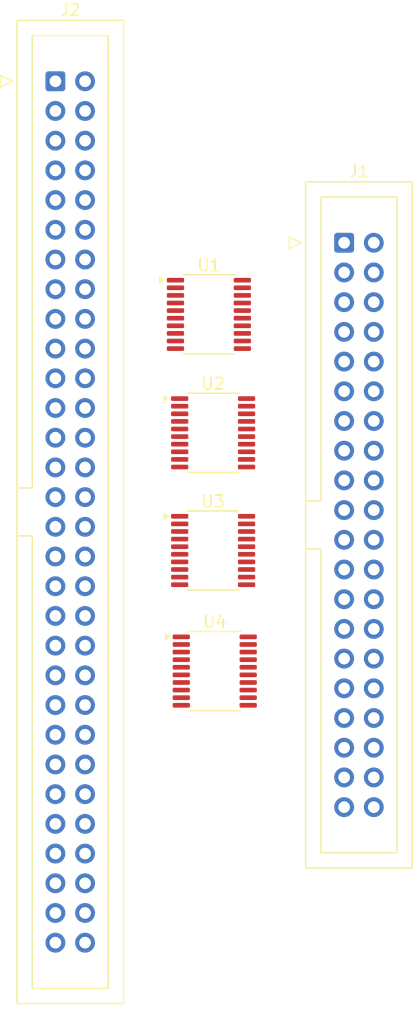
<source format=kicad_pcb>
(kicad_pcb (version 20241229) (generator "pcbnew") (generator_version "9.0")
  (layers (0 "F.Cu" signal) (2 "B.Cu" signal) (13 "F.Paste" user) (15 "B.Paste" user) (5 "F.SilkS" user "F.Silkscreen") (7 "B.SilkS" user "B.Silkscreen") (1 "F.Mask" user) (3 "B.Mask" user) (25 "Edge.Cuts" user))
  (net 0 "")
  (net 1 "/GPIO_24")
  (net 2 "/GPIO_15")
  (net 3 "/GPIO_7")
  (net 4 "/GPIO_28")
  (net 10 "/GPIO_8")
  (net 11 "/GPIO_4")
  (net 13 "GND")
  (net 15 "/GPIO_23")
  (net 16 "/GPIO_14")
  (net 17 "/GPIO_11")
  (net 18 "/GPIO_6")
  (net 20 "/GPIO_20")
  (net 21 "+3V3")
  (net 22 "/GPIO_19")
  (net 23 "/GPIO_21")
  (net 25 "/GPIO_16")
  (net 26 "/GPIO_25")
  (net 27 "+5V")
  (net 28 "/GPIO_18")
  (net 29 "/GPIO_22")
  (net 30 "/GPIO_26")
  (net 31 "/GPIO_12")
  (net 32 "/GPIO_10")
  (net 33 "/GPIO_17")
  (net 36 "/GPIO_13")
  (net 37 "/GPIO_27")
  (net 38 "/GPIO_3")
  (net 39 "/GPIO_5")
  (net 40 "/A9")
  (net 41 "/DQ5")
  (net 47 "/~G")
  (net 48 "VCC")
  (net 49 "/DQ1")
  (net 50 "/A7")
  (net 52 "/DQ7")
  (net 53 "/DQ0")
  (net 55 "/~E")
  (net 57 "/A2")
  (net 61 "/A13")
  (net 62 "/DQ6")
  (net 64 "/A0")
  (net 68 "/A6")
  (net 73 "/DQ4")
  (net 80 "/A5")
  (net 81 "/A14")
  (net 82 "/DQ2")
  (net 83 "/DQ3")
  (net 84 "/A1")
  (net 86 "/A3")
  (net 87 "/A10")
  (net 90 "/A11")
  (net 91 "/A8")
  (net 92 "/A4")
  (net 98 "/A12")
  (net 99 "/GPIO_9")
  (footprint "Package_SO:TSSOP-20_4.4x6.5mm_P0.65mm" (layer "F.Cu") (at 116.8875 68.875)
    (property "Reference" "U1" (at 0 -4.2 0) (layer "F.SilkS"))
    (property "Value" "SN74LVC245APW")
    (fp_line (start 0 -3.385) (end -2.2 -3.385) (stroke (width 0.12)) (layer "F.SilkS"))
    (fp_line (start 0 -3.385) (end 2.2 -3.385) (stroke (width 0.12)) (layer "F.SilkS"))
    (fp_line (start 0 3.385) (end -2.2 3.385) (stroke (width 0.12)) (layer "F.SilkS"))
    (fp_line (start 0 3.385) (end 2.2 3.385) (stroke (width 0.12)) (layer "F.SilkS"))
    (fp_poly (pts (xy -3.86 -2.925) (xy -4.19 -3.165) (xy -4.19 -2.685) (xy -3.86 -2.925)) (stroke (width 0.12)) (fill yes) (layer "F.SilkS"))
    (pad "1" smd roundrect (at -2.8625 -2.925) (size 1.475 0.4) (layers "F.Cu" "F.Mask" "F.Paste") (net 13 "GND"))
    (pad "2" smd roundrect (at -2.8625 -2.275) (size 1.475 0.4) (layers "F.Cu" "F.Mask" "F.Paste") (net 64 "/A0"))
    (pad "3" smd roundrect (at -2.8625 -1.625) (size 1.475 0.4) (layers "F.Cu" "F.Mask" "F.Paste") (net 84 "/A1"))
    (pad "4" smd roundrect (at -2.8625 -0.975) (size 1.475 0.4) (layers "F.Cu" "F.Mask" "F.Paste") (net 57 "/A2"))
    (pad "5" smd roundrect (at -2.8625 -0.325) (size 1.475 0.4) (layers "F.Cu" "F.Mask" "F.Paste") (net 86 "/A3"))
    (pad "6" smd roundrect (at -2.8625 0.325) (size 1.475 0.4) (layers "F.Cu" "F.Mask" "F.Paste") (net 92 "/A4"))
    (pad "7" smd roundrect (at -2.8625 0.975) (size 1.475 0.4) (layers "F.Cu" "F.Mask" "F.Paste") (net 80 "/A5"))
    (pad "8" smd roundrect (at -2.8625 1.625) (size 1.475 0.4) (layers "F.Cu" "F.Mask" "F.Paste") (net 68 "/A6"))
    (pad "9" smd roundrect (at -2.8625 2.275) (size 1.475 0.4) (layers "F.Cu" "F.Mask" "F.Paste") (net 50 "/A7"))
    (pad "10" smd roundrect (at -2.8625 2.925) (size 1.475 0.4) (layers "F.Cu" "F.Mask" "F.Paste") (net 13 "GND"))
    (pad "11" smd roundrect (at 2.8625 2.925) (size 1.475 0.4) (layers "F.Cu" "F.Mask" "F.Paste") (net 32 "/GPIO_10"))
    (pad "12" smd roundrect (at 2.8625 2.275) (size 1.475 0.4) (layers "F.Cu" "F.Mask" "F.Paste") (net 99 "/GPIO_9"))
    (pad "13" smd roundrect (at 2.8625 1.625) (size 1.475 0.4) (layers "F.Cu" "F.Mask" "F.Paste") (net 10 "/GPIO_8"))
    (pad "14" smd roundrect (at 2.8625 0.975) (size 1.475 0.4) (layers "F.Cu" "F.Mask" "F.Paste") (net 3 "/GPIO_7"))
    (pad "15" smd roundrect (at 2.8625 0.325) (size 1.475 0.4) (layers "F.Cu" "F.Mask" "F.Paste") (net 18 "/GPIO_6"))
    (pad "16" smd roundrect (at 2.8625 -0.325) (size 1.475 0.4) (layers "F.Cu" "F.Mask" "F.Paste") (net 39 "/GPIO_5"))
    (pad "17" smd roundrect (at 2.8625 -0.975) (size 1.475 0.4) (layers "F.Cu" "F.Mask" "F.Paste") (net 11 "/GPIO_4"))
    (pad "18" smd roundrect (at 2.8625 -1.625) (size 1.475 0.4) (layers "F.Cu" "F.Mask" "F.Paste") (net 38 "/GPIO_3"))
    (pad "19" smd roundrect (at 2.8625 -2.275) (size 1.475 0.4) (layers "F.Cu" "F.Mask" "F.Paste") (net 13 "GND"))
    (pad "20" smd roundrect (at 2.8625 -2.925) (size 1.475 0.4) (layers "F.Cu" "F.Mask" "F.Paste") (net 21 "+3V3"))
  )
  (footprint "Package_SO:TSSOP-20_4.4x6.5mm_P0.65mm" (layer "F.Cu") (at 117.25 89.065)
    (property "Reference" "U3" (at 0 -4.2 0) (layer "F.SilkS"))
    (property "Value" "SN74LVC245APW")
    (fp_line (start 0 -3.385) (end -2.2 -3.385) (stroke (width 0.12)) (layer "F.SilkS"))
    (fp_line (start 0 -3.385) (end 2.2 -3.385) (stroke (width 0.12)) (layer "F.SilkS"))
    (fp_line (start 0 3.385) (end -2.2 3.385) (stroke (width 0.12)) (layer "F.SilkS"))
    (fp_line (start 0 3.385) (end 2.2 3.385) (stroke (width 0.12)) (layer "F.SilkS"))
    (fp_poly (pts (xy -3.86 -2.925) (xy -4.19 -3.165) (xy -4.19 -2.685) (xy -3.86 -2.925)) (stroke (width 0.12)) (fill yes) (layer "F.SilkS"))
    (pad "1" smd roundrect (at -2.8625 -2.925) (size 1.475 0.4) (layers "F.Cu" "F.Mask" "F.Paste") (net 13 "GND"))
    (pad "2" smd roundrect (at -2.8625 -2.275) (size 1.475 0.4) (layers "F.Cu" "F.Mask" "F.Paste") (net 53 "/DQ0"))
    (pad "3" smd roundrect (at -2.8625 -1.625) (size 1.475 0.4) (layers "F.Cu" "F.Mask" "F.Paste") (net 49 "/DQ1"))
    (pad "4" smd roundrect (at -2.8625 -0.975) (size 1.475 0.4) (layers "F.Cu" "F.Mask" "F.Paste") (net 82 "/DQ2"))
    (pad "5" smd roundrect (at -2.8625 -0.325) (size 1.475 0.4) (layers "F.Cu" "F.Mask" "F.Paste") (net 83 "/DQ3"))
    (pad "6" smd roundrect (at -2.8625 0.325) (size 1.475 0.4) (layers "F.Cu" "F.Mask" "F.Paste") (net 73 "/DQ4"))
    (pad "7" smd roundrect (at -2.8625 0.975) (size 1.475 0.4) (layers "F.Cu" "F.Mask" "F.Paste") (net 41 "/DQ5"))
    (pad "8" smd roundrect (at -2.8625 1.625) (size 1.475 0.4) (layers "F.Cu" "F.Mask" "F.Paste") (net 62 "/DQ6"))
    (pad "9" smd roundrect (at -2.8625 2.275) (size 1.475 0.4) (layers "F.Cu" "F.Mask" "F.Paste") (net 52 "/DQ7"))
    (pad "10" smd roundrect (at -2.8625 2.925) (size 1.475 0.4) (layers "F.Cu" "F.Mask" "F.Paste") (net 13 "GND"))
    (pad "11" smd roundrect (at 2.8625 2.925) (size 1.475 0.4) (layers "F.Cu" "F.Mask" "F.Paste") (net 30 "/GPIO_26"))
    (pad "12" smd roundrect (at 2.8625 2.275) (size 1.475 0.4) (layers "F.Cu" "F.Mask" "F.Paste") (net 26 "/GPIO_25"))
    (pad "13" smd roundrect (at 2.8625 1.625) (size 1.475 0.4) (layers "F.Cu" "F.Mask" "F.Paste") (net 1 "/GPIO_24"))
    (pad "14" smd roundrect (at 2.8625 0.975) (size 1.475 0.4) (layers "F.Cu" "F.Mask" "F.Paste") (net 15 "/GPIO_23"))
    (pad "15" smd roundrect (at 2.8625 0.325) (size 1.475 0.4) (layers "F.Cu" "F.Mask" "F.Paste") (net 29 "/GPIO_22"))
    (pad "16" smd roundrect (at 2.8625 -0.325) (size 1.475 0.4) (layers "F.Cu" "F.Mask" "F.Paste") (net 23 "/GPIO_21"))
    (pad "17" smd roundrect (at 2.8625 -0.975) (size 1.475 0.4) (layers "F.Cu" "F.Mask" "F.Paste") (net 20 "/GPIO_20"))
    (pad "18" smd roundrect (at 2.8625 -1.625) (size 1.475 0.4) (layers "F.Cu" "F.Mask" "F.Paste") (net 22 "/GPIO_19"))
    (pad "19" smd roundrect (at 2.8625 -2.275) (size 1.475 0.4) (layers "F.Cu" "F.Mask" "F.Paste") (net 13 "GND"))
    (pad "20" smd roundrect (at 2.8625 -2.925) (size 1.475 0.4) (layers "F.Cu" "F.Mask" "F.Paste") (net 21 "+3V3"))
  )
  (footprint "Connector_IDC:IDC-Header_2x30_P2.54mm_Vertical" (layer "F.Cu") (at 103.75 48.94)
    (property "Reference" "J2" (at 1.27 -6.1 0) (layer "F.SilkS"))
    (property "Value" "SRAM")
    (fp_line (start -4.68 -0.5) (end -4.68 0.5) (stroke (width 0.12)) (layer "F.SilkS"))
    (fp_line (start -4.68 0.5) (end -3.68 0) (stroke (width 0.12)) (layer "F.SilkS"))
    (fp_line (start -3.68 0) (end -4.68 -0.5) (stroke (width 0.12)) (layer "F.SilkS"))
    (fp_line (start -3.29 -5.21) (end 5.83 -5.21) (stroke (width 0.12)) (layer "F.SilkS"))
    (fp_line (start -3.29 34.78) (end -1.98 34.78) (stroke (width 0.12)) (layer "F.SilkS"))
    (fp_line (start -3.29 78.87) (end -3.29 -5.21) (stroke (width 0.12)) (layer "F.SilkS"))
    (fp_line (start -1.98 -3.91) (end 4.52 -3.91) (stroke (width 0.12)) (layer "F.SilkS"))
    (fp_line (start -1.98 34.78) (end -1.98 -3.91) (stroke (width 0.12)) (layer "F.SilkS"))
    (fp_line (start -1.98 38.88) (end -3.29 38.88) (stroke (width 0.12)) (layer "F.SilkS"))
    (fp_line (start -1.98 38.88) (end -1.98 38.88) (stroke (width 0.12)) (layer "F.SilkS"))
    (fp_line (start -1.98 77.57) (end -1.98 38.88) (stroke (width 0.12)) (layer "F.SilkS"))
    (fp_line (start 4.52 -3.91) (end 4.52 77.57) (stroke (width 0.12)) (layer "F.SilkS"))
    (fp_line (start 4.52 77.57) (end -1.98 77.57) (stroke (width 0.12)) (layer "F.SilkS"))
    (fp_line (start 5.83 -5.21) (end 5.83 78.87) (stroke (width 0.12)) (layer "F.SilkS"))
    (fp_line (start 5.83 78.87) (end -3.29 78.87) (stroke (width 0.12)) (layer "F.SilkS"))
    (pad "1" thru_hole roundrect (at 0 0) (size 1.7 1.7) (drill 1) (layers "*.Cu" "*.Mask") (roundrect_rratio 0.147059) (net 48 "VCC"))
    (pad "2" thru_hole circle (at 2.54 0) (size 1.7 1.7) (drill 1) (layers "*.Cu" "*.Mask") (net 47 "/~G"))
    (pad "3" thru_hole circle (at 0 2.54) (size 1.7 1.7) (drill 1) (layers "*.Cu" "*.Mask") (net 81 "/A14"))
    (pad "4" thru_hole circle (at 2.54 2.54) (size 1.7 1.7) (drill 1) (layers "*.Cu" "*.Mask") (net 98 "/A12"))
    (pad "5" thru_hole circle (at 0 5.08) (size 1.7 1.7) (drill 1) (layers "*.Cu" "*.Mask") (net 87 "/A10"))
    (pad "6" thru_hole circle (at 2.54 5.08) (size 1.7 1.7) (drill 1) (layers "*.Cu" "*.Mask") (net 91 "/A8"))
    (pad "7" thru_hole circle (at 0 7.62) (size 1.7 1.7) (drill 1) (layers "*.Cu" "*.Mask") (net 68 "/A6"))
    (pad "8" thru_hole circle (at 2.54 7.62) (size 1.7 1.7) (drill 1) (layers "*.Cu" "*.Mask") (net 92 "/A4"))
    (pad "9" thru_hole circle (at 0 10.16) (size 1.7 1.7) (drill 1) (layers "*.Cu" "*.Mask") (net 57 "/A2"))
    (pad "10" thru_hole circle (at 2.54 10.16) (size 1.7 1.7) (drill 1) (layers "*.Cu" "*.Mask") (net 64 "/A0"))
    (pad "11" thru_hole circle (at 0 12.7) (size 1.7 1.7) (drill 1) (layers "*.Cu" "*.Mask"))
    (pad "12" thru_hole circle (at 2.54 12.7) (size 1.7 1.7) (drill 1) (layers "*.Cu" "*.Mask"))
    (pad "13" thru_hole circle (at 0 15.24) (size 1.7 1.7) (drill 1) (layers "*.Cu" "*.Mask"))
    (pad "14" thru_hole circle (at 2.54 15.24) (size 1.7 1.7) (drill 1) (layers "*.Cu" "*.Mask"))
    (pad "15" thru_hole circle (at 0 17.78) (size 1.7 1.7) (drill 1) (layers "*.Cu" "*.Mask"))
    (pad "16" thru_hole circle (at 2.54 17.78) (size 1.7 1.7) (drill 1) (layers "*.Cu" "*.Mask"))
    (pad "17" thru_hole circle (at 0 20.32) (size 1.7 1.7) (drill 1) (layers "*.Cu" "*.Mask") (net 62 "/DQ6"))
    (pad "18" thru_hole circle (at 2.54 20.32) (size 1.7 1.7) (drill 1) (layers "*.Cu" "*.Mask") (net 73 "/DQ4"))
    (pad "19" thru_hole circle (at 0 22.86) (size 1.7 1.7) (drill 1) (layers "*.Cu" "*.Mask") (net 82 "/DQ2"))
    (pad "20" thru_hole circle (at 2.54 22.86) (size 1.7 1.7) (drill 1) (layers "*.Cu" "*.Mask") (net 53 "/DQ0"))
    (pad "21" thru_hole circle (at 0 25.4) (size 1.7 1.7) (drill 1) (layers "*.Cu" "*.Mask"))
    (pad "22" thru_hole circle (at 2.54 25.4) (size 1.7 1.7) (drill 1) (layers "*.Cu" "*.Mask"))
    (pad "23" thru_hole circle (at 0 27.94) (size 1.7 1.7) (drill 1) (layers "*.Cu" "*.Mask") (net 55 "/~E"))
    (pad "24" thru_hole circle (at 2.54 27.94) (size 1.7 1.7) (drill 1) (layers "*.Cu" "*.Mask"))
    (pad "25" thru_hole circle (at 0 30.48) (size 1.7 1.7) (drill 1) (layers "*.Cu" "*.Mask"))
    (pad "26" thru_hole circle (at 2.54 30.48) (size 1.7 1.7) (drill 1) (layers "*.Cu" "*.Mask"))
    (pad "27" thru_hole circle (at 0 33.02) (size 1.7 1.7) (drill 1) (layers "*.Cu" "*.Mask"))
    (pad "28" thru_hole circle (at 2.54 33.02) (size 1.7 1.7) (drill 1) (layers "*.Cu" "*.Mask"))
    (pad "29" thru_hole circle (at 0 35.56) (size 1.7 1.7) (drill 1) (layers "*.Cu" "*.Mask"))
    (pad "30" thru_hole circle (at 2.54 35.56) (size 1.7 1.7) (drill 1) (layers "*.Cu" "*.Mask"))
    (pad "31" thru_hole circle (at 0 38.1) (size 1.7 1.7) (drill 1) (layers "*.Cu" "*.Mask") (net 13 "GND"))
    (pad "32" thru_hole circle (at 2.54 38.1) (size 1.7 1.7) (drill 1) (layers "*.Cu" "*.Mask"))
    (pad "33" thru_hole circle (at 0 40.64) (size 1.7 1.7) (drill 1) (layers "*.Cu" "*.Mask"))
    (pad "34" thru_hole circle (at 2.54 40.64) (size 1.7 1.7) (drill 1) (layers "*.Cu" "*.Mask"))
    (pad "35" thru_hole circle (at 0 43.18) (size 1.7 1.7) (drill 1) (layers "*.Cu" "*.Mask"))
    (pad "36" thru_hole circle (at 2.54 43.18) (size 1.7 1.7) (drill 1) (layers "*.Cu" "*.Mask"))
    (pad "37" thru_hole circle (at 0 45.72) (size 1.7 1.7) (drill 1) (layers "*.Cu" "*.Mask"))
    (pad "38" thru_hole circle (at 2.54 45.72) (size 1.7 1.7) (drill 1) (layers "*.Cu" "*.Mask"))
    (pad "39" thru_hole circle (at 0 48.26) (size 1.7 1.7) (drill 1) (layers "*.Cu" "*.Mask"))
    (pad "40" thru_hole circle (at 2.54 48.26) (size 1.7 1.7) (drill 1) (layers "*.Cu" "*.Mask"))
    (pad "41" thru_hole circle (at 0 50.8) (size 1.7 1.7) (drill 1) (layers "*.Cu" "*.Mask"))
    (pad "42" thru_hole circle (at 2.54 50.8) (size 1.7 1.7) (drill 1) (layers "*.Cu" "*.Mask") (net 49 "/DQ1"))
    (pad "43" thru_hole circle (at 0 53.34) (size 1.7 1.7) (drill 1) (layers "*.Cu" "*.Mask") (net 83 "/DQ3"))
    (pad "44" thru_hole circle (at 2.54 53.34) (size 1.7 1.7) (drill 1) (layers "*.Cu" "*.Mask") (net 41 "/DQ5"))
    (pad "45" thru_hole circle (at 0 55.88) (size 1.7 1.7) (drill 1) (layers "*.Cu" "*.Mask") (net 52 "/DQ7"))
    (pad "46" thru_hole circle (at 2.54 55.88) (size 1.7 1.7) (drill 1) (layers "*.Cu" "*.Mask"))
    (pad "47" thru_hole circle (at 0 58.42) (size 1.7 1.7) (drill 1) (layers "*.Cu" "*.Mask"))
    (pad "48" thru_hole circle (at 2.54 58.42) (size 1.7 1.7) (drill 1) (layers "*.Cu" "*.Mask"))
    (pad "49" thru_hole circle (at 0 60.96) (size 1.7 1.7) (drill 1) (layers "*.Cu" "*.Mask"))
    (pad "50" thru_hole circle (at 2.54 60.96) (size 1.7 1.7) (drill 1) (layers "*.Cu" "*.Mask"))
    (pad "51" thru_hole circle (at 0 63.5) (size 1.7 1.7) (drill 1) (layers "*.Cu" "*.Mask"))
    (pad "52" thru_hole circle (at 2.54 63.5) (size 1.7 1.7) (drill 1) (layers "*.Cu" "*.Mask") (net 84 "/A1"))
    (pad "53" thru_hole circle (at 0 66.04) (size 1.7 1.7) (drill 1) (layers "*.Cu" "*.Mask") (net 86 "/A3"))
    (pad "54" thru_hole circle (at 2.54 66.04) (size 1.7 1.7) (drill 1) (layers "*.Cu" "*.Mask") (net 80 "/A5"))
    (pad "55" thru_hole circle (at 0 68.58) (size 1.7 1.7) (drill 1) (layers "*.Cu" "*.Mask") (net 50 "/A7"))
    (pad "56" thru_hole circle (at 2.54 68.58) (size 1.7 1.7) (drill 1) (layers "*.Cu" "*.Mask") (net 40 "/A9"))
    (pad "57" thru_hole circle (at 0 71.12) (size 1.7 1.7) (drill 1) (layers "*.Cu" "*.Mask") (net 90 "/A11"))
    (pad "58" thru_hole circle (at 2.54 71.12) (size 1.7 1.7) (drill 1) (layers "*.Cu" "*.Mask") (net 61 "/A13"))
    (pad "59" thru_hole circle (at 0 73.66) (size 1.7 1.7) (drill 1) (layers "*.Cu" "*.Mask"))
    (pad "60" thru_hole circle (at 2.54 73.66) (size 1.7 1.7) (drill 1) (layers "*.Cu" "*.Mask"))
  )
  (footprint "Package_SO:TSSOP-20_4.4x6.5mm_P0.65mm" (layer "F.Cu") (at 117.25 79)
    (property "Reference" "U2" (at 0 -4.2 0) (layer "F.SilkS"))
    (property "Value" "SN74LVC245APW")
    (fp_line (start 0 -3.385) (end -2.2 -3.385) (stroke (width 0.12)) (layer "F.SilkS"))
    (fp_line (start 0 -3.385) (end 2.2 -3.385) (stroke (width 0.12)) (layer "F.SilkS"))
    (fp_line (start 0 3.385) (end -2.2 3.385) (stroke (width 0.12)) (layer "F.SilkS"))
    (fp_line (start 0 3.385) (end 2.2 3.385) (stroke (width 0.12)) (layer "F.SilkS"))
    (fp_poly (pts (xy -3.86 -2.925) (xy -4.19 -3.165) (xy -4.19 -2.685) (xy -3.86 -2.925)) (stroke (width 0.12)) (fill yes) (layer "F.SilkS"))
    (pad "1" smd roundrect (at -2.8625 -2.925) (size 1.475 0.4) (layers "F.Cu" "F.Mask" "F.Paste") (net 13 "GND"))
    (pad "2" smd roundrect (at -2.8625 -2.275) (size 1.475 0.4) (layers "F.Cu" "F.Mask" "F.Paste") (net 91 "/A8"))
    (pad "3" smd roundrect (at -2.8625 -1.625) (size 1.475 0.4) (layers "F.Cu" "F.Mask" "F.Paste") (net 40 "/A9"))
    (pad "4" smd roundrect (at -2.8625 -0.975) (size 1.475 0.4) (layers "F.Cu" "F.Mask" "F.Paste") (net 87 "/A10"))
    (pad "5" smd roundrect (at -2.8625 -0.325) (size 1.475 0.4) (layers "F.Cu" "F.Mask" "F.Paste") (net 90 "/A11"))
    (pad "6" smd roundrect (at -2.8625 0.325) (size 1.475 0.4) (layers "F.Cu" "F.Mask" "F.Paste") (net 98 "/A12"))
    (pad "7" smd roundrect (at -2.8625 0.975) (size 1.475 0.4) (layers "F.Cu" "F.Mask" "F.Paste") (net 61 "/A13"))
    (pad "8" smd roundrect (at -2.8625 1.625) (size 1.475 0.4) (layers "F.Cu" "F.Mask" "F.Paste") (net 81 "/A14"))
    (pad "9" smd roundrect (at -2.8625 2.275) (size 1.475 0.4) (layers "F.Cu" "F.Mask" "F.Paste") (net 48 "VCC"))
    (pad "10" smd roundrect (at -2.8625 2.925) (size 1.475 0.4) (layers "F.Cu" "F.Mask" "F.Paste") (net 13 "GND"))
    (pad "11" smd roundrect (at 2.8625 2.925) (size 1.475 0.4) (layers "F.Cu" "F.Mask" "F.Paste") (net 28 "/GPIO_18"))
    (pad "12" smd roundrect (at 2.8625 2.275) (size 1.475 0.4) (layers "F.Cu" "F.Mask" "F.Paste") (net 33 "/GPIO_17"))
    (pad "13" smd roundrect (at 2.8625 1.625) (size 1.475 0.4) (layers "F.Cu" "F.Mask" "F.Paste") (net 25 "/GPIO_16"))
    (pad "14" smd roundrect (at 2.8625 0.975) (size 1.475 0.4) (layers "F.Cu" "F.Mask" "F.Paste") (net 2 "/GPIO_15"))
    (pad "15" smd roundrect (at 2.8625 0.325) (size 1.475 0.4) (layers "F.Cu" "F.Mask" "F.Paste") (net 16 "/GPIO_14"))
    (pad "16" smd roundrect (at 2.8625 -0.325) (size 1.475 0.4) (layers "F.Cu" "F.Mask" "F.Paste") (net 36 "/GPIO_13"))
    (pad "17" smd roundrect (at 2.8625 -0.975) (size 1.475 0.4) (layers "F.Cu" "F.Mask" "F.Paste") (net 31 "/GPIO_12"))
    (pad "18" smd roundrect (at 2.8625 -1.625) (size 1.475 0.4) (layers "F.Cu" "F.Mask" "F.Paste") (net 17 "/GPIO_11"))
    (pad "19" smd roundrect (at 2.8625 -2.275) (size 1.475 0.4) (layers "F.Cu" "F.Mask" "F.Paste") (net 13 "GND"))
    (pad "20" smd roundrect (at 2.8625 -2.925) (size 1.475 0.4) (layers "F.Cu" "F.Mask" "F.Paste") (net 21 "+3V3"))
  )
  (footprint "Connector_IDC:IDC-Header_2x20_P2.54mm_Vertical" (layer "F.Cu") (at 128.46 62.75)
    (property "Reference" "J1" (at 1.27 -6.1 0) (layer "F.SilkS"))
    (property "Value" "FPGA_GPIO")
    (fp_line (start -4.68 -0.5) (end -4.68 0.5) (stroke (width 0.12)) (layer "F.SilkS"))
    (fp_line (start -4.68 0.5) (end -3.68 0) (stroke (width 0.12)) (layer "F.SilkS"))
    (fp_line (start -3.68 0) (end -4.68 -0.5) (stroke (width 0.12)) (layer "F.SilkS"))
    (fp_line (start -3.29 -5.21) (end 5.83 -5.21) (stroke (width 0.12)) (layer "F.SilkS"))
    (fp_line (start -3.29 22.08) (end -1.98 22.08) (stroke (width 0.12)) (layer "F.SilkS"))
    (fp_line (start -3.29 53.47) (end -3.29 -5.21) (stroke (width 0.12)) (layer "F.SilkS"))
    (fp_line (start -1.98 -3.91) (end 4.52 -3.91) (stroke (width 0.12)) (layer "F.SilkS"))
    (fp_line (start -1.98 22.08) (end -1.98 -3.91) (stroke (width 0.12)) (layer "F.SilkS"))
    (fp_line (start -1.98 26.18) (end -3.29 26.18) (stroke (width 0.12)) (layer "F.SilkS"))
    (fp_line (start -1.98 26.18) (end -1.98 26.18) (stroke (width 0.12)) (layer "F.SilkS"))
    (fp_line (start -1.98 52.17) (end -1.98 26.18) (stroke (width 0.12)) (layer "F.SilkS"))
    (fp_line (start 4.52 -3.91) (end 4.52 52.17) (stroke (width 0.12)) (layer "F.SilkS"))
    (fp_line (start 4.52 52.17) (end -1.98 52.17) (stroke (width 0.12)) (layer "F.SilkS"))
    (fp_line (start 5.83 -5.21) (end 5.83 53.47) (stroke (width 0.12)) (layer "F.SilkS"))
    (fp_line (start 5.83 53.47) (end -3.29 53.47) (stroke (width 0.12)) (layer "F.SilkS"))
    (pad "1" thru_hole roundrect (at 0 0) (size 1.7 1.7) (drill 1) (layers "*.Cu" "*.Mask") (roundrect_rratio 0.147059))
    (pad "2" thru_hole circle (at 2.54 0) (size 1.7 1.7) (drill 1) (layers "*.Cu" "*.Mask"))
    (pad "3" thru_hole circle (at 0 2.54) (size 1.7 1.7) (drill 1) (layers "*.Cu" "*.Mask"))
    (pad "4" thru_hole circle (at 2.54 2.54) (size 1.7 1.7) (drill 1) (layers "*.Cu" "*.Mask") (net 38 "/GPIO_3"))
    (pad "5" thru_hole circle (at 0 5.08) (size 1.7 1.7) (drill 1) (layers "*.Cu" "*.Mask") (net 11 "/GPIO_4"))
    (pad "6" thru_hole circle (at 2.54 5.08) (size 1.7 1.7) (drill 1) (layers "*.Cu" "*.Mask") (net 39 "/GPIO_5"))
    (pad "7" thru_hole circle (at 0 7.62) (size 1.7 1.7) (drill 1) (layers "*.Cu" "*.Mask") (net 18 "/GPIO_6"))
    (pad "8" thru_hole circle (at 2.54 7.62) (size 1.7 1.7) (drill 1) (layers "*.Cu" "*.Mask") (net 3 "/GPIO_7"))
    (pad "9" thru_hole circle (at 0 10.16) (size 1.7 1.7) (drill 1) (layers "*.Cu" "*.Mask") (net 10 "/GPIO_8"))
    (pad "10" thru_hole circle (at 2.54 10.16) (size 1.7 1.7) (drill 1) (layers "*.Cu" "*.Mask"))
    (pad "11" thru_hole circle (at 0 12.7) (size 1.7 1.7) (drill 1) (layers "*.Cu" "*.Mask") (net 27 "+5V"))
    (pad "12" thru_hole circle (at 2.54 12.7) (size 1.7 1.7) (drill 1) (layers "*.Cu" "*.Mask") (net 13 "GND"))
    (pad "13" thru_hole circle (at 0 15.24) (size 1.7 1.7) (drill 1) (layers "*.Cu" "*.Mask") (net 32 "/GPIO_10"))
    (pad "14" thru_hole circle (at 2.54 15.24) (size 1.7 1.7) (drill 1) (layers "*.Cu" "*.Mask") (net 17 "/GPIO_11"))
    (pad "15" thru_hole circle (at 0 17.78) (size 1.7 1.7) (drill 1) (layers "*.Cu" "*.Mask") (net 31 "/GPIO_12"))
    (pad "16" thru_hole circle (at 2.54 17.78) (size 1.7 1.7) (drill 1) (layers "*.Cu" "*.Mask") (net 36 "/GPIO_13"))
    (pad "17" thru_hole circle (at 0 20.32) (size 1.7 1.7) (drill 1) (layers "*.Cu" "*.Mask") (net 16 "/GPIO_14"))
    (pad "18" thru_hole circle (at 2.54 20.32) (size 1.7 1.7) (drill 1) (layers "*.Cu" "*.Mask") (net 2 "/GPIO_15"))
    (pad "19" thru_hole circle (at 0 22.86) (size 1.7 1.7) (drill 1) (layers "*.Cu" "*.Mask") (net 25 "/GPIO_16"))
    (pad "20" thru_hole circle (at 2.54 22.86) (size 1.7 1.7) (drill 1) (layers "*.Cu" "*.Mask") (net 33 "/GPIO_17"))
    (pad "21" thru_hole circle (at 0 25.4) (size 1.7 1.7) (drill 1) (layers "*.Cu" "*.Mask") (net 28 "/GPIO_18"))
    (pad "22" thru_hole circle (at 2.54 25.4) (size 1.7 1.7) (drill 1) (layers "*.Cu" "*.Mask") (net 22 "/GPIO_19"))
    (pad "23" thru_hole circle (at 0 27.94) (size 1.7 1.7) (drill 1) (layers "*.Cu" "*.Mask") (net 20 "/GPIO_20"))
    (pad "24" thru_hole circle (at 2.54 27.94) (size 1.7 1.7) (drill 1) (layers "*.Cu" "*.Mask") (net 23 "/GPIO_21"))
    (pad "25" thru_hole circle (at 0 30.48) (size 1.7 1.7) (drill 1) (layers "*.Cu" "*.Mask") (net 29 "/GPIO_22"))
    (pad "26" thru_hole circle (at 2.54 30.48) (size 1.7 1.7) (drill 1) (layers "*.Cu" "*.Mask") (net 15 "/GPIO_23"))
    (pad "27" thru_hole circle (at 0 33.02) (size 1.7 1.7) (drill 1) (layers "*.Cu" "*.Mask") (net 1 "/GPIO_24"))
    (pad "28" thru_hole circle (at 2.54 33.02) (size 1.7 1.7) (drill 1) (layers "*.Cu" "*.Mask") (net 26 "/GPIO_25"))
    (pad "29" thru_hole circle (at 0 35.56) (size 1.7 1.7) (drill 1) (layers "*.Cu" "*.Mask") (net 21 "+3V3"))
    (pad "30" thru_hole circle (at 2.54 35.56) (size 1.7 1.7) (drill 1) (layers "*.Cu" "*.Mask") (net 13 "GND"))
    (pad "31" thru_hole circle (at 0 38.1) (size 1.7 1.7) (drill 1) (layers "*.Cu" "*.Mask") (net 30 "/GPIO_26"))
    (pad "32" thru_hole circle (at 2.54 38.1) (size 1.7 1.7) (drill 1) (layers "*.Cu" "*.Mask") (net 37 "/GPIO_27"))
    (pad "33" thru_hole circle (at 0 40.64) (size 1.7 1.7) (drill 1) (layers "*.Cu" "*.Mask") (net 4 "/GPIO_28"))
    (pad "34" thru_hole circle (at 2.54 40.64) (size 1.7 1.7) (drill 1) (layers "*.Cu" "*.Mask"))
    (pad "35" thru_hole circle (at 0 43.18) (size 1.7 1.7) (drill 1) (layers "*.Cu" "*.Mask"))
    (pad "36" thru_hole circle (at 2.54 43.18) (size 1.7 1.7) (drill 1) (layers "*.Cu" "*.Mask"))
    (pad "37" thru_hole circle (at 0 45.72) (size 1.7 1.7) (drill 1) (layers "*.Cu" "*.Mask"))
    (pad "38" thru_hole circle (at 2.54 45.72) (size 1.7 1.7) (drill 1) (layers "*.Cu" "*.Mask"))
    (pad "39" thru_hole circle (at 0 48.26) (size 1.7 1.7) (drill 1) (layers "*.Cu" "*.Mask"))
    (pad "40" thru_hole circle (at 2.54 48.26) (size 1.7 1.7) (drill 1) (layers "*.Cu" "*.Mask"))
  )
  (footprint "Package_SO:TSSOP-20_4.4x6.5mm_P0.65mm" (layer "F.Cu") (at 117.3875 99.375)
    (property "Reference" "U4" (at 0 -4.2 0) (layer "F.SilkS"))
    (property "Value" "SN74LVC245APW")
    (fp_line (start 0 -3.385) (end -2.2 -3.385) (stroke (width 0.12)) (layer "F.SilkS"))
    (fp_line (start 0 -3.385) (end 2.2 -3.385) (stroke (width 0.12)) (layer "F.SilkS"))
    (fp_line (start 0 3.385) (end -2.2 3.385) (stroke (width 0.12)) (layer "F.SilkS"))
    (fp_line (start 0 3.385) (end 2.2 3.385) (stroke (width 0.12)) (layer "F.SilkS"))
    (fp_poly (pts (xy -3.86 -2.925) (xy -4.19 -3.165) (xy -4.19 -2.685) (xy -3.86 -2.925)) (stroke (width 0.12)) (fill yes) (layer "F.SilkS"))
    (pad "1" smd roundrect (at -2.8625 -2.925) (size 1.475 0.4) (layers "F.Cu" "F.Mask" "F.Paste") (net 13 "GND"))
    (pad "2" smd roundrect (at -2.8625 -2.275) (size 1.475 0.4) (layers "F.Cu" "F.Mask" "F.Paste") (net 47 "/~G"))
    (pad "3" smd roundrect (at -2.8625 -1.625) (size 1.475 0.4) (layers "F.Cu" "F.Mask" "F.Paste") (net 55 "/~E"))
    (pad "4" smd roundrect (at -2.8625 -0.975) (size 1.475 0.4) (layers "F.Cu" "F.Mask" "F.Paste"))
    (pad "5" smd roundrect (at -2.8625 -0.325) (size 1.475 0.4) (layers "F.Cu" "F.Mask" "F.Paste"))
    (pad "6" smd roundrect (at -2.8625 0.325) (size 1.475 0.4) (layers "F.Cu" "F.Mask" "F.Paste"))
    (pad "7" smd roundrect (at -2.8625 0.975) (size 1.475 0.4) (layers "F.Cu" "F.Mask" "F.Paste"))
    (pad "8" smd roundrect (at -2.8625 1.625) (size 1.475 0.4) (layers "F.Cu" "F.Mask" "F.Paste"))
    (pad "9" smd roundrect (at -2.8625 2.275) (size 1.475 0.4) (layers "F.Cu" "F.Mask" "F.Paste"))
    (pad "10" smd roundrect (at -2.8625 2.925) (size 1.475 0.4) (layers "F.Cu" "F.Mask" "F.Paste") (net 13 "GND"))
    (pad "11" smd roundrect (at 2.8625 2.925) (size 1.475 0.4) (layers "F.Cu" "F.Mask" "F.Paste"))
    (pad "12" smd roundrect (at 2.8625 2.275) (size 1.475 0.4) (layers "F.Cu" "F.Mask" "F.Paste"))
    (pad "13" smd roundrect (at 2.8625 1.625) (size 1.475 0.4) (layers "F.Cu" "F.Mask" "F.Paste"))
    (pad "14" smd roundrect (at 2.8625 0.975) (size 1.475 0.4) (layers "F.Cu" "F.Mask" "F.Paste"))
    (pad "15" smd roundrect (at 2.8625 0.325) (size 1.475 0.4) (layers "F.Cu" "F.Mask" "F.Paste"))
    (pad "16" smd roundrect (at 2.8625 -0.325) (size 1.475 0.4) (layers "F.Cu" "F.Mask" "F.Paste"))
    (pad "17" smd roundrect (at 2.8625 -0.975) (size 1.475 0.4) (layers "F.Cu" "F.Mask" "F.Paste") (net 4 "/GPIO_28"))
    (pad "18" smd roundrect (at 2.8625 -1.625) (size 1.475 0.4) (layers "F.Cu" "F.Mask" "F.Paste") (net 37 "/GPIO_27"))
    (pad "19" smd roundrect (at 2.8625 -2.275) (size 1.475 0.4) (layers "F.Cu" "F.Mask" "F.Paste") (net 13 "GND"))
    (pad "20" smd roundrect (at 2.8625 -2.925) (size 1.475 0.4) (layers "F.Cu" "F.Mask" "F.Paste") (net 21 "+3V3"))
  )
)
</source>
